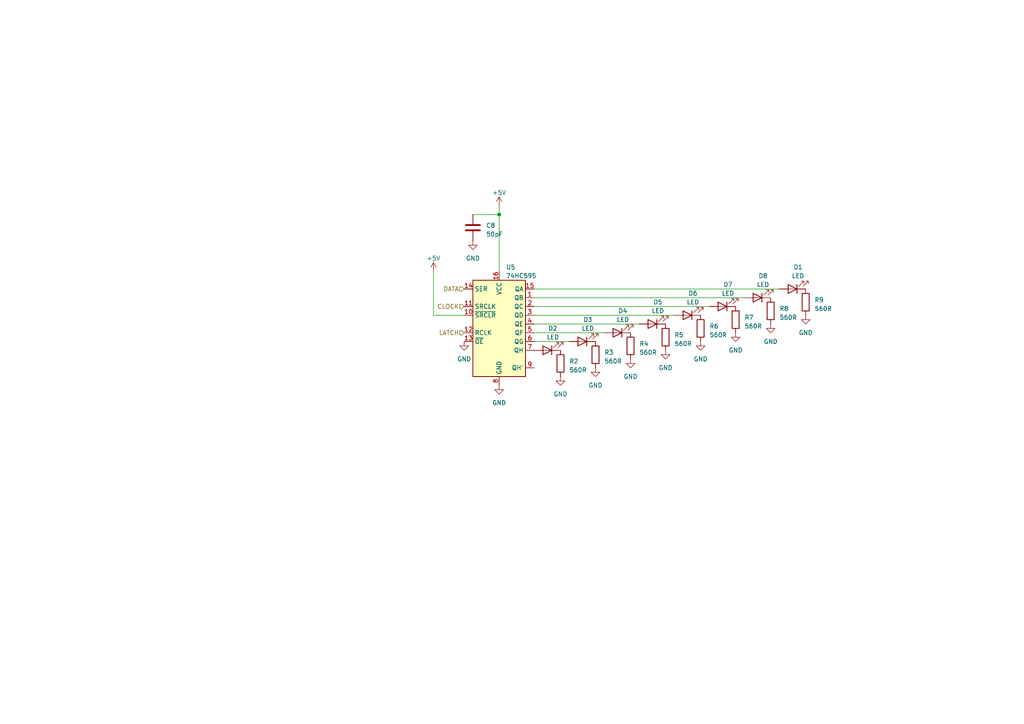
<source format=kicad_sch>
(kicad_sch (version 20230121) (generator eeschema)
  (paper "A4")
  (lib_symbols
    (symbol "74xx:74HC595"
      (property "Reference" "U" (at -7.62 13.97 0))
      (property "Value" "74HC595" (at -7.62 -16.51 0))
      (symbol "74HC595_1_0"
        (pin tri_state line (at 10.16 7.62 180) (length 2.54) (name "QB") (number "1"))
        (pin input line (at -10.16 2.54 0) (length 2.54) (name "~{SRCLR}") (number "10"))
        (pin input line (at -10.16 5.08 0) (length 2.54) (name "SRCLK") (number "11"))
        (pin input line (at -10.16 -2.54 0) (length 2.54) (name "RCLK") (number "12"))
        (pin input line (at -10.16 -5.08 0) (length 2.54) (name "~{OE}") (number "13"))
        (pin input line (at -10.16 10.16 0) (length 2.54) (name "SER") (number "14"))
        (pin tri_state line (at 10.16 10.16 180) (length 2.54) (name "QA") (number "15"))
        (pin power_in line (at 0 15.24 270) (length 2.54) (name "VCC") (number "16"))
        (pin tri_state line (at 10.16 5.08 180) (length 2.54) (name "QC") (number "2"))
        (pin tri_state line (at 10.16 2.54 180) (length 2.54) (name "QD") (number "3"))
        (pin tri_state line (at 10.16 0 180) (length 2.54) (name "QE") (number "4"))
        (pin tri_state line (at 10.16 -2.54 180) (length 2.54) (name "QF") (number "5"))
        (pin tri_state line (at 10.16 -5.08 180) (length 2.54) (name "QG") (number "6"))
        (pin tri_state line (at 10.16 -7.62 180) (length 2.54) (name "QH") (number "7"))
        (pin power_in line (at 0 -17.78 90) (length 2.54) (name "GND") (number "8"))
        (pin output line (at 10.16 -12.7 180) (length 2.54) (name "QH'") (number "9"))
      )
      (symbol "74HC595_1_1"
        (rectangle (start -7.62 12.7) (end 7.62 -15.24) (stroke (width 0.254)) (fill (type background)))
      )
    )
    (symbol "Device:C" (pin_numbers hide) (pin_names (offset 0.254))
      (property "Reference" "C" (at 0.635 2.54 0))
      (property "Value" "C" (at 0.635 -2.54 0))
      (symbol "C_0_1"
        (polyline (pts (xy -2.032 -0.762) (xy 2.032 -0.762)) (stroke (width 0.508)))
        (polyline (pts (xy -2.032 0.762) (xy 2.032 0.762)) (stroke (width 0.508)))
      )
      (symbol "C_1_1"
        (pin passive line (at 0 3.81 270) (length 2.794) (name "~") (number "1"))
        (pin passive line (at 0 -3.81 90) (length 2.794) (name "~") (number "2"))
      )
    )
    (symbol "Device:LED" (pin_numbers hide) (pin_names (offset 1.016) hide)
      (property "Reference" "D" (at 0 2.54 0))
      (property "Value" "LED" (at 0 -2.54 0))
      (symbol "LED_0_1"
        (polyline (pts (xy -1.27 -1.27) (xy -1.27 1.27)) (stroke (width 0.254)))
        (polyline (pts (xy -1.27 0) (xy 1.27 0)))
        (polyline (pts (xy 1.27 -1.27) (xy 1.27 1.27) (xy -1.27 0) (xy 1.27 -1.27)) (stroke (width 0.254)))
        (polyline (pts (xy -3.048 -0.762) (xy -4.572 -2.286) (xy -3.81 -2.286) (xy -4.572 -2.286) (xy -4.572 -1.524)))
        (polyline (pts (xy -1.778 -0.762) (xy -3.302 -2.286) (xy -2.54 -2.286) (xy -3.302 -2.286) (xy -3.302 -1.524)))
      )
      (symbol "LED_1_1"
        (pin passive line (at -3.81 0 0) (length 2.54) (name "K") (number "1"))
        (pin passive line (at 3.81 0 180) (length 2.54) (name "A") (number "2"))
      )
    )
    (symbol "Device:R" (pin_numbers hide) (pin_names (offset 0))
      (property "Reference" "R" (at 2.032 0 90))
      (property "Value" "R" (at 0 0 90))
      (symbol "R_0_1"
        (rectangle (start -1.016 -2.54) (end 1.016 2.54) (stroke (width 0.254)))
      )
      (symbol "R_1_1"
        (pin passive line (at 0 3.81 270) (length 1.27) (name "~") (number "1"))
        (pin passive line (at 0 -3.81 90) (length 1.27) (name "~") (number "2"))
      )
    )
    (symbol "power:+5V" (power) (pin_names (offset 0))
      (property "Value" "+5V" (at 0 3.556 0))
      (symbol "+5V_0_1"
        (polyline (pts (xy -0.762 1.27) (xy 0 2.54)))
        (polyline (pts (xy 0 0) (xy 0 2.54)))
        (polyline (pts (xy 0 2.54) (xy 0.762 1.27)))
      )
      (symbol "+5V_1_1"
        (pin power_in line (at 0 0 90) (length 0) hide (name "+5V") (number "1"))
      )
    )
    (symbol "power:GND" (power) (pin_names (offset 0))
      (property "Value" "GND" (at 0 -3.81 0))
      (symbol "GND_0_1"
        (polyline (pts (xy 0 0) (xy 0 -1.27) (xy 1.27 -1.27) (xy 0 -2.54) (xy -1.27 -1.27) (xy 0 -1.27)))
      )
      (symbol "GND_1_1"
        (pin power_in line (at 0 0 270) (length 0) hide (name "GND") (number "1"))
      )
    )
  )
  (junction (at 144.78 62.23))
  (wire (pts (xy 154.94 99.06) (xy 165.1 99.06)))
  (wire (pts (xy 144.78 62.23) (xy 144.78 78.74)))
  (wire (pts (xy 144.78 59.69) (xy 144.78 62.23)))
  (wire (pts (xy 154.94 93.98) (xy 185.42 93.98)))
  (wire (pts (xy 125.73 91.44) (xy 134.62 91.44)))
  (wire (pts (xy 154.94 96.52) (xy 175.26 96.52)))
  (wire (pts (xy 154.94 88.9) (xy 205.74 88.9)))
  (wire (pts (xy 125.73 78.74) (xy 125.73 91.44)))
  (wire (pts (xy 226.06 83.82) (xy 154.94 83.82)))
  (wire (pts (xy 137.16 62.23) (xy 144.78 62.23)))
  (wire (pts (xy 154.94 91.44) (xy 195.58 91.44)))
  (wire (pts (xy 154.94 86.36) (xy 215.9 86.36)))
  (hierarchical_label "LATCH" (shape input) (at 134.62 96.52 180))
  (hierarchical_label "CLOCK" (shape input) (at 134.62 88.9 180))
  (hierarchical_label "DATA" (shape input) (at 134.62 83.82 180))
  (symbol (lib_id "power:GND") (at 203.2 99.06 0) (unit 1)
    (property "Reference" "#PWR018" (effects hide))
    (property "Value" "GND" (at 203.2 104.14 0))
    (instances (project "CxCat" (path "" (reference "#PWR018") (unit 1)) (path "" (reference "#PWR023") (unit 1))))
  )
  (symbol (lib_id "Device:LED") (at 219.71 86.36 180) (unit 1)
    (property "Reference" "D8" (at 221.2975 80.01 0))
    (property "Value" "LED" (at 221.2975 82.55 0))
    (property "Footprint" "LED_THT:LED_D3.0mm" (effects hide))
    (instances (project "CxCat" (path "" (reference "D8") (unit 1)) (path "" (reference "D7") (unit 1))))
  )
  (symbol (lib_id "Device:R") (at 223.52 90.17 0) (unit 1)
    (property "Reference" "R8" (at 226.06 89.535 0) (effects (justify left)))
    (property "Value" "560R" (at 226.06 92.075 0) (effects (justify left)))
    (property "Footprint" "Resistor_THT:R_Axial_DIN0204_L3.6mm_D1.6mm_P5.08mm_Horizontal" (effects hide))
  )
  (symbol (lib_id "Device:LED") (at 179.07 96.52 180) (unit 1)
    (property "Reference" "D4" (at 180.6575 90.17 0))
    (property "Value" "LED" (at 180.6575 92.71 0))
    (property "Footprint" "LED_THT:LED_D3.0mm" (effects hide))
    (instances (project "CxCat" (path "" (reference "D4") (unit 1)) (path "" (reference "D3") (unit 1))))
  )
  (symbol (lib_id "Device:R") (at 172.72 102.87 0) (unit 1)
    (property "Reference" "R3" (at 175.26 102.235 0) (effects (justify left)))
    (property "Value" "560R" (at 175.26 104.775 0) (effects (justify left)))
    (property "Footprint" "Resistor_THT:R_Axial_DIN0204_L3.6mm_D1.6mm_P5.08mm_Horizontal" (effects hide))
  )
  (symbol (lib_id "Device:LED") (at 158.75 101.6 180) (unit 1)
    (property "Reference" "D2" (at 160.3375 95.25 0))
    (property "Value" "LED" (at 160.3375 97.79 0))
    (property "Footprint" "LED_THT:LED_D3.0mm" (effects hide))
    (instances (project "CxCat" (path "" (reference "D2") (unit 1)) (path "" (reference "D1") (unit 1))))
  )
  (symbol (lib_id "Device:C") (at 137.16 66.04 0) (unit 1)
    (property "Reference" "C8" (at 140.97 65.405 0) (effects (justify left)))
    (property "Value" "50pF" (at 140.97 67.945 0) (effects (justify left)))
    (property "Footprint" "Capacitor_THT:C_Rect_L4.0mm_W2.5mm_P2.50mm" (effects hide))
  )
  (symbol (lib_id "Device:LED") (at 168.91 99.06 180) (unit 1)
    (property "Reference" "D3" (at 170.4975 92.71 0))
    (property "Value" "LED" (at 170.4975 95.25 0))
    (property "Footprint" "LED_THT:LED_D3.0mm" (effects hide))
    (instances (project "CxCat" (path "" (reference "D3") (unit 1)) (path "" (reference "D2") (unit 1))))
  )
  (symbol (lib_id "power:GND") (at 223.52 93.98 0) (unit 1)
    (property "Reference" "#PWR020" (effects hide))
    (property "Value" "GND" (at 223.52 99.06 0))
    (instances (project "CxCat" (path "" (reference "#PWR020") (unit 1)) (path "" (reference "#PWR025") (unit 1))))
  )
  (symbol (lib_id "Device:LED") (at 209.55 88.9 180) (unit 1)
    (property "Reference" "D7" (at 211.1375 82.55 0))
    (property "Value" "LED" (at 211.1375 85.09 0))
    (property "Footprint" "LED_THT:LED_D3.0mm" (effects hide))
    (instances (project "CxCat" (path "" (reference "D7") (unit 1)) (path "" (reference "D6") (unit 1))))
  )
  (symbol (lib_id "power:GND") (at 233.68 91.44 0) (unit 1)
    (property "Reference" "#PWR021" (effects hide))
    (property "Value" "GND" (at 233.68 96.52 0))
    (instances (project "CxCat" (path "" (reference "#PWR021") (unit 1)) (path "" (reference "#PWR026") (unit 1))))
  )
  (symbol (lib_id "power:GND") (at 137.16 69.85 0) (unit 1)
    (property "Reference" "#PWR023" (effects hide))
    (property "Value" "GND" (at 137.16 74.93 0))
    (instances (project "CxCat" (path "" (reference "#PWR023") (unit 1)) (path "" (reference "#PWR016") (unit 1))))
  )
  (symbol (lib_id "power:GND") (at 144.78 111.76 0) (unit 1)
    (property "Reference" "#PWR022" (effects hide))
    (property "Value" "GND" (at 144.78 116.84 0))
    (instances (project "CxCat" (path "" (reference "#PWR022") (unit 1)) (path "" (reference "#PWR018") (unit 1))))
  )
  (symbol (lib_id "74xx:74HC595") (at 144.78 93.98 0) (unit 1)
    (property "Reference" "U5" (at 146.7359 77.47 0) (effects (justify left)))
    (property "Value" "74HC595" (at 146.7359 80.01 0) (effects (justify left)))
    (property "Footprint" "Package_DIP:DIP-16_W7.62mm_LongPads" (effects hide))
    (property "Datasheet" "http://www.ti.com/lit/ds/symlink/sn74hc595.pdf" (effects hide))
  )
  (symbol (lib_id "Device:R") (at 213.36 92.71 0) (unit 1)
    (property "Reference" "R7" (at 215.9 92.075 0) (effects (justify left)))
    (property "Value" "560R" (at 215.9 94.615 0) (effects (justify left)))
    (property "Footprint" "Resistor_THT:R_Axial_DIN0204_L3.6mm_D1.6mm_P5.08mm_Horizontal" (effects hide))
  )
  (symbol (lib_id "power:+5V") (at 125.73 78.74 0) (unit 1)
    (property "Reference" "#PWR026" (effects hide))
    (property "Value" "+5V" (at 125.73 74.93 0))
    (instances (project "CxCat" (path "" (reference "#PWR026") (unit 1)) (path "" (reference "#PWR014") (unit 1))))
  )
  (symbol (lib_id "power:GND") (at 193.04 101.6 0) (unit 1)
    (property "Reference" "#PWR017" (effects hide))
    (property "Value" "GND" (at 193.04 106.68 0))
    (instances (project "CxCat" (path "" (reference "#PWR017") (unit 1)) (path "" (reference "#PWR022") (unit 1))))
  )
  (symbol (lib_id "Device:LED") (at 199.39 91.44 180) (unit 1)
    (property "Reference" "D6" (at 200.9775 85.09 0))
    (property "Value" "LED" (at 200.9775 87.63 0))
    (property "Footprint" "LED_THT:LED_D3.0mm" (effects hide))
    (instances (project "CxCat" (path "" (reference "D6") (unit 1)) (path "" (reference "D5") (unit 1))))
  )
  (symbol (lib_id "power:+5V") (at 144.78 59.69 0) (unit 1)
    (property "Reference" "#PWR024" (effects hide))
    (property "Value" "+5V" (at 144.78 55.88 0))
    (instances (project "CxCat" (path "" (reference "#PWR024") (unit 1)) (path "" (reference "#PWR017") (unit 1))))
  )
  (symbol (lib_id "Device:LED") (at 229.87 83.82 180) (unit 1)
    (property "Reference" "D1" (at 231.4575 77.47 0))
    (property "Value" "LED" (at 231.4575 80.01 0))
    (property "Footprint" "LED_THT:LED_D3.0mm" (effects hide))
    (instances (project "CxCat" (path "" (reference "D1") (unit 1)) (path "" (reference "D8") (unit 1))))
  )
  (symbol (lib_id "Device:R") (at 233.68 87.63 0) (unit 1)
    (property "Reference" "R9" (at 236.22 86.995 0) (effects (justify left)))
    (property "Value" "560R" (at 236.22 89.535 0) (effects (justify left)))
    (property "Footprint" "Resistor_THT:R_Axial_DIN0204_L3.6mm_D1.6mm_P5.08mm_Horizontal" (effects hide))
  )
  (symbol (lib_id "Device:R") (at 203.2 95.25 0) (unit 1)
    (property "Reference" "R6" (at 205.74 94.615 0) (effects (justify left)))
    (property "Value" "560R" (at 205.74 97.155 0) (effects (justify left)))
    (property "Footprint" "Resistor_THT:R_Axial_DIN0204_L3.6mm_D1.6mm_P5.08mm_Horizontal" (effects hide))
  )
  (symbol (lib_id "Device:R") (at 182.88 100.33 0) (unit 1)
    (property "Reference" "R4" (at 185.42 99.695 0) (effects (justify left)))
    (property "Value" "560R" (at 185.42 102.235 0) (effects (justify left)))
    (property "Footprint" "Resistor_THT:R_Axial_DIN0204_L3.6mm_D1.6mm_P5.08mm_Horizontal" (effects hide))
  )
  (symbol (lib_id "Device:R") (at 162.56 105.41 0) (unit 1)
    (property "Reference" "R2" (at 165.1 104.775 0) (effects (justify left)))
    (property "Value" "560R" (at 165.1 107.315 0) (effects (justify left)))
    (property "Footprint" "Resistor_THT:R_Axial_DIN0204_L3.6mm_D1.6mm_P5.08mm_Horizontal" (effects hide))
  )
  (symbol (lib_id "Device:R") (at 193.04 97.79 0) (unit 1)
    (property "Reference" "R5" (at 195.58 97.155 0) (effects (justify left)))
    (property "Value" "560R" (at 195.58 99.695 0) (effects (justify left)))
    (property "Footprint" "Resistor_THT:R_Axial_DIN0204_L3.6mm_D1.6mm_P5.08mm_Horizontal" (effects hide))
  )
  (symbol (lib_id "power:GND") (at 134.62 99.06 0) (unit 1)
    (property "Reference" "#PWR025" (effects hide))
    (property "Value" "GND" (at 134.62 104.14 0))
    (instances (project "CxCat" (path "" (reference "#PWR025") (unit 1)) (path "" (reference "#PWR015") (unit 1))))
  )
  (symbol (lib_id "Device:LED") (at 189.23 93.98 180) (unit 1)
    (property "Reference" "D5" (at 190.8175 87.63 0))
    (property "Value" "LED" (at 190.8175 90.17 0))
    (property "Footprint" "LED_THT:LED_D3.0mm" (effects hide))
    (instances (project "CxCat" (path "" (reference "D5") (unit 1)) (path "" (reference "D4") (unit 1))))
  )
  (symbol (lib_id "power:GND") (at 182.88 104.14 0) (unit 1)
    (property "Reference" "#PWR016" (effects hide))
    (property "Value" "GND" (at 182.88 109.22 0))
    (instances (project "CxCat" (path "" (reference "#PWR016") (unit 1)) (path "" (reference "#PWR021") (unit 1))))
  )
  (symbol (lib_id "power:GND") (at 162.56 109.22 0) (unit 1)
    (property "Reference" "#PWR014" (effects hide))
    (property "Value" "GND" (at 162.56 114.3 0))
    (instances (project "CxCat" (path "" (reference "#PWR014") (unit 1)) (path "" (reference "#PWR019") (unit 1))))
  )
  (symbol (lib_id "power:GND") (at 213.36 96.52 0) (unit 1)
    (property "Reference" "#PWR019" (effects hide))
    (property "Value" "GND" (at 213.36 101.6 0))
    (instances (project "CxCat" (path "" (reference "#PWR019") (unit 1)) (path "" (reference "#PWR024") (unit 1))))
  )
  (symbol (lib_id "power:GND") (at 172.72 106.68 0) (unit 1)
    (property "Reference" "#PWR015" (effects hide))
    (property "Value" "GND" (at 172.72 111.76 0))
    (instances (project "CxCat" (path "" (reference "#PWR015") (unit 1)) (path "" (reference "#PWR020") (unit 1))))
  )
)
</source>
